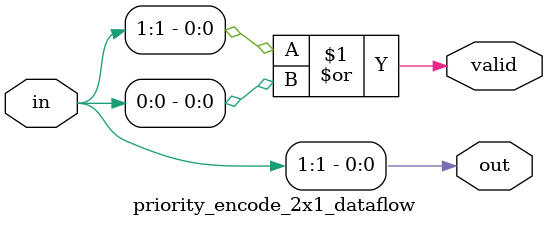
<source format=v>
`timescale 1ns / 1ps


module priority_encode_2x1_dataflow(input [1:0]in,output  out,valid);
assign out=in[1];
assign valid=in[1]|in[0];
endmodule

</source>
